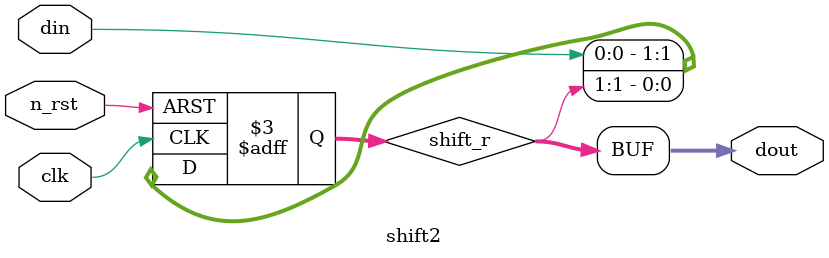
<source format=v>



//     else 
//         p_out <= {s_in, p_out[1]};
// end

// endmodule

//`define LINT_2

module shift2(
	clk,
	n_rst,
	din,
	dout
);

input clk;
input n_rst;
input din;

`ifdef LINT_2
output [2:0] dout;
`else
output [1:0] dout;
`endif

reg [1:0] shift_r;

`ifdef LINT_2
reg		  shift_onemore;

always @(posedge clk or negedge n_rst)
	if (!n_rst) begin
		shift_onemore <= 1'h0;
	end
	else begin
		shift_onemore <= shift_r[0];
	end
`endif	

always @(posedge clk or negedge n_rst)
	if (!n_rst) begin
		shift_r <= 2'h0;
	end
	else begin
		shift_r <= {din,shift_r[1]};
	end

`ifdef LINT_2
assign dout = {shift_r,shift_onemore};	
`else
assign dout = shift_r;
`endif

endmodule


</source>
